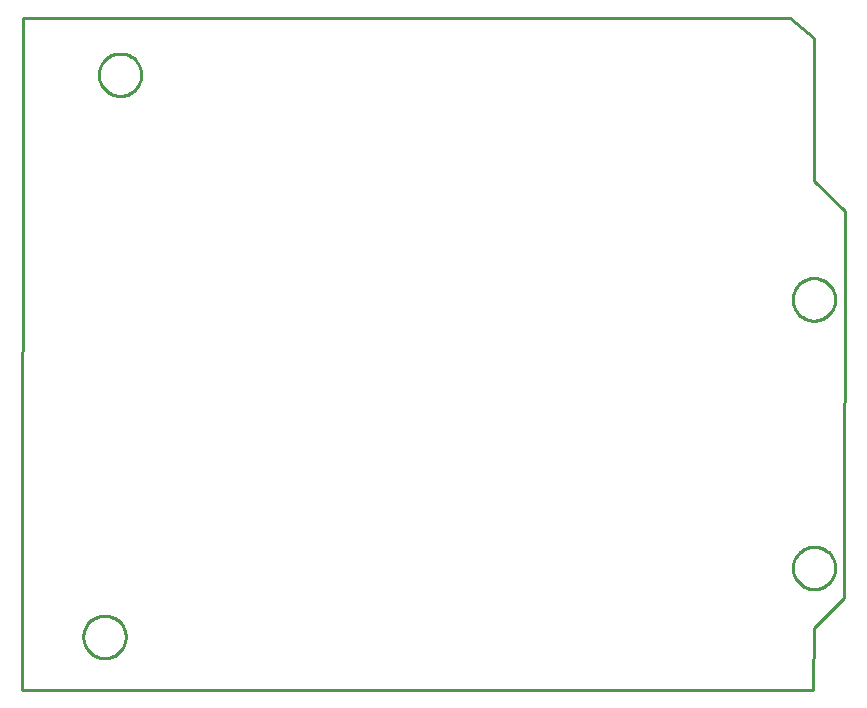
<source format=gbr>
G04 EAGLE Gerber X2 export*
%TF.Part,Single*%
%TF.FileFunction,Profile,NP*%
%TF.FilePolarity,Positive*%
%TF.GenerationSoftware,Autodesk,EAGLE,9.0.0*%
%TF.CreationDate,2018-06-20T12:24:51Z*%
G75*
%MOMM*%
%FSLAX34Y34*%
%LPD*%
%AMOC8*
5,1,8,0,0,1.08239X$1,22.5*%
G01*
%ADD10C,0.254000*%


D10*
X-155Y347D02*
X590106Y347D01*
X669332Y251D01*
X670071Y52317D01*
X695941Y78220D01*
X696161Y405403D01*
X670491Y431084D01*
X670063Y551682D01*
X650350Y568627D01*
X366Y569071D01*
X-155Y347D01*
X100711Y520280D02*
X100711Y521456D01*
X100634Y522629D01*
X100480Y523795D01*
X100251Y524948D01*
X99946Y526084D01*
X99568Y527198D01*
X99118Y528284D01*
X98598Y529339D01*
X98010Y530357D01*
X97357Y531335D01*
X96641Y532268D01*
X95866Y533152D01*
X95034Y533983D01*
X94150Y534759D01*
X93217Y535475D01*
X92239Y536128D01*
X91221Y536716D01*
X90166Y537236D01*
X89080Y537686D01*
X87966Y538064D01*
X86831Y538368D01*
X85677Y538598D01*
X84511Y538751D01*
X83338Y538828D01*
X82162Y538828D01*
X80989Y538751D01*
X79823Y538598D01*
X78669Y538368D01*
X77534Y538064D01*
X76420Y537686D01*
X75334Y537236D01*
X74279Y536716D01*
X73261Y536128D01*
X72283Y535475D01*
X71350Y534759D01*
X70466Y533983D01*
X69634Y533152D01*
X68859Y532268D01*
X68143Y531335D01*
X67490Y530357D01*
X66902Y529339D01*
X66382Y528284D01*
X65932Y527198D01*
X65554Y526084D01*
X65249Y524948D01*
X65020Y523795D01*
X64866Y522629D01*
X64790Y521456D01*
X64790Y520280D01*
X64866Y519106D01*
X65020Y517940D01*
X65249Y516787D01*
X65554Y515651D01*
X65932Y514538D01*
X66382Y513451D01*
X66902Y512397D01*
X67490Y511378D01*
X68143Y510400D01*
X68859Y509467D01*
X69634Y508583D01*
X70466Y507752D01*
X71350Y506977D01*
X72283Y506261D01*
X73261Y505607D01*
X74279Y505019D01*
X75334Y504499D01*
X76420Y504049D01*
X77534Y503671D01*
X78669Y503367D01*
X79823Y503138D01*
X80989Y502984D01*
X82162Y502907D01*
X83338Y502907D01*
X84511Y502984D01*
X85677Y503138D01*
X86831Y503367D01*
X87966Y503671D01*
X89080Y504049D01*
X90166Y504499D01*
X91221Y505019D01*
X92239Y505607D01*
X93217Y506261D01*
X94150Y506977D01*
X95034Y507752D01*
X95866Y508583D01*
X96641Y509467D01*
X97357Y510400D01*
X98010Y511378D01*
X98598Y512397D01*
X99118Y513451D01*
X99568Y514538D01*
X99946Y515651D01*
X100251Y516787D01*
X100480Y517940D01*
X100634Y519106D01*
X100711Y520280D01*
X87567Y44337D02*
X87567Y45513D01*
X87490Y46686D01*
X87336Y47852D01*
X87107Y49005D01*
X86803Y50141D01*
X86425Y51255D01*
X85975Y52341D01*
X85455Y53396D01*
X84867Y54414D01*
X84213Y55392D01*
X83497Y56325D01*
X82722Y57209D01*
X81891Y58041D01*
X81006Y58816D01*
X80073Y59532D01*
X79096Y60185D01*
X78077Y60773D01*
X77023Y61293D01*
X75936Y61743D01*
X74823Y62121D01*
X73687Y62426D01*
X72534Y62655D01*
X71368Y62808D01*
X70194Y62885D01*
X69018Y62885D01*
X67845Y62808D01*
X66679Y62655D01*
X65526Y62426D01*
X64390Y62121D01*
X63276Y61743D01*
X62190Y61293D01*
X61135Y60773D01*
X60117Y60185D01*
X59139Y59532D01*
X58206Y58816D01*
X57322Y58041D01*
X56491Y57209D01*
X55715Y56325D01*
X54999Y55392D01*
X54346Y54414D01*
X53758Y53396D01*
X53238Y52341D01*
X52788Y51255D01*
X52410Y50141D01*
X52106Y49005D01*
X51876Y47852D01*
X51723Y46686D01*
X51646Y45513D01*
X51646Y44337D01*
X51723Y43163D01*
X51876Y41998D01*
X52106Y40844D01*
X52410Y39708D01*
X52788Y38595D01*
X53238Y37508D01*
X53758Y36454D01*
X54346Y35435D01*
X54999Y34458D01*
X55715Y33525D01*
X56491Y32641D01*
X57322Y31809D01*
X58206Y31034D01*
X59139Y30318D01*
X60117Y29665D01*
X61135Y29077D01*
X62190Y28557D01*
X63276Y28107D01*
X64390Y27729D01*
X65526Y27424D01*
X66679Y27195D01*
X67845Y27041D01*
X69018Y26964D01*
X70194Y26964D01*
X71368Y27041D01*
X72534Y27195D01*
X73687Y27424D01*
X74823Y27729D01*
X75936Y28107D01*
X77023Y28557D01*
X78077Y29077D01*
X79096Y29665D01*
X80073Y30318D01*
X81006Y31034D01*
X81891Y31809D01*
X82722Y32641D01*
X83497Y33525D01*
X84213Y34458D01*
X84867Y35435D01*
X85455Y36454D01*
X85975Y37508D01*
X86425Y38595D01*
X86803Y39708D01*
X87107Y40844D01*
X87336Y41998D01*
X87490Y43163D01*
X87567Y44337D01*
X688194Y330033D02*
X688194Y331209D01*
X688117Y332383D01*
X687963Y333548D01*
X687734Y334702D01*
X687429Y335838D01*
X687051Y336951D01*
X686601Y338038D01*
X686081Y339092D01*
X685493Y340111D01*
X684840Y341088D01*
X684124Y342021D01*
X683349Y342905D01*
X682517Y343737D01*
X681633Y344512D01*
X680700Y345228D01*
X679722Y345882D01*
X678704Y346469D01*
X677649Y346990D01*
X676563Y347440D01*
X675449Y347818D01*
X674314Y348122D01*
X673160Y348351D01*
X671994Y348505D01*
X670821Y348582D01*
X669645Y348582D01*
X668472Y348505D01*
X667306Y348351D01*
X666152Y348122D01*
X665017Y347818D01*
X663903Y347440D01*
X662817Y346990D01*
X661762Y346469D01*
X660744Y345882D01*
X659766Y345228D01*
X658833Y344512D01*
X657949Y343737D01*
X657117Y342905D01*
X656342Y342021D01*
X655626Y341088D01*
X654973Y340111D01*
X654385Y339092D01*
X653865Y338038D01*
X653415Y336951D01*
X653037Y335838D01*
X652732Y334702D01*
X652503Y333548D01*
X652349Y332383D01*
X652273Y331209D01*
X652273Y330033D01*
X652349Y328860D01*
X652503Y327694D01*
X652732Y326541D01*
X653037Y325405D01*
X653415Y324291D01*
X653865Y323205D01*
X654385Y322150D01*
X654973Y321132D01*
X655626Y320154D01*
X656342Y319221D01*
X657117Y318337D01*
X657949Y317505D01*
X658833Y316730D01*
X659766Y316014D01*
X660744Y315361D01*
X661762Y314773D01*
X662817Y314253D01*
X663903Y313803D01*
X665017Y313425D01*
X666152Y313121D01*
X667306Y312891D01*
X668472Y312738D01*
X669645Y312661D01*
X670821Y312661D01*
X671994Y312738D01*
X673160Y312891D01*
X674314Y313121D01*
X675449Y313425D01*
X676563Y313803D01*
X677649Y314253D01*
X678704Y314773D01*
X679722Y315361D01*
X680700Y316014D01*
X681633Y316730D01*
X682517Y317505D01*
X683349Y318337D01*
X684124Y319221D01*
X684840Y320154D01*
X685493Y321132D01*
X686081Y322150D01*
X686601Y323205D01*
X687051Y324291D01*
X687429Y325405D01*
X687734Y326541D01*
X687963Y327694D01*
X688117Y328860D01*
X688194Y330033D01*
X688325Y102658D02*
X688325Y103833D01*
X688248Y105007D01*
X688094Y106173D01*
X687865Y107326D01*
X687561Y108462D01*
X687183Y109575D01*
X686733Y110662D01*
X686213Y111717D01*
X685625Y112735D01*
X684971Y113713D01*
X684255Y114646D01*
X683480Y115530D01*
X682649Y116361D01*
X681765Y117137D01*
X680832Y117852D01*
X679854Y118506D01*
X678835Y119094D01*
X677781Y119614D01*
X676694Y120064D01*
X675581Y120442D01*
X674445Y120746D01*
X673292Y120976D01*
X672126Y121129D01*
X670952Y121206D01*
X669776Y121206D01*
X668603Y121129D01*
X667437Y120976D01*
X666284Y120746D01*
X665148Y120442D01*
X664034Y120064D01*
X662948Y119614D01*
X661893Y119094D01*
X660875Y118506D01*
X659897Y117852D01*
X658964Y117137D01*
X658080Y116361D01*
X657249Y115530D01*
X656473Y114646D01*
X655757Y113713D01*
X655104Y112735D01*
X654516Y111717D01*
X653996Y110662D01*
X653546Y109575D01*
X653168Y108462D01*
X652864Y107326D01*
X652634Y106173D01*
X652481Y105007D01*
X652404Y103833D01*
X652404Y102658D01*
X652481Y101484D01*
X652634Y100318D01*
X652864Y99165D01*
X653168Y98029D01*
X653546Y96916D01*
X653996Y95829D01*
X654516Y94774D01*
X655104Y93756D01*
X655757Y92778D01*
X656473Y91845D01*
X657249Y90961D01*
X658080Y90130D01*
X658964Y89354D01*
X659897Y88639D01*
X660875Y87985D01*
X661893Y87397D01*
X662948Y86877D01*
X664034Y86427D01*
X665148Y86049D01*
X666284Y85745D01*
X667437Y85515D01*
X668603Y85362D01*
X669776Y85285D01*
X670952Y85285D01*
X672126Y85362D01*
X673292Y85515D01*
X674445Y85745D01*
X675581Y86049D01*
X676694Y86427D01*
X677781Y86877D01*
X678835Y87397D01*
X679854Y87985D01*
X680832Y88639D01*
X681765Y89354D01*
X682649Y90130D01*
X683480Y90961D01*
X684255Y91845D01*
X684971Y92778D01*
X685625Y93756D01*
X686213Y94774D01*
X686733Y95829D01*
X687183Y96916D01*
X687561Y98029D01*
X687865Y99165D01*
X688094Y100318D01*
X688248Y101484D01*
X688325Y102658D01*
M02*

</source>
